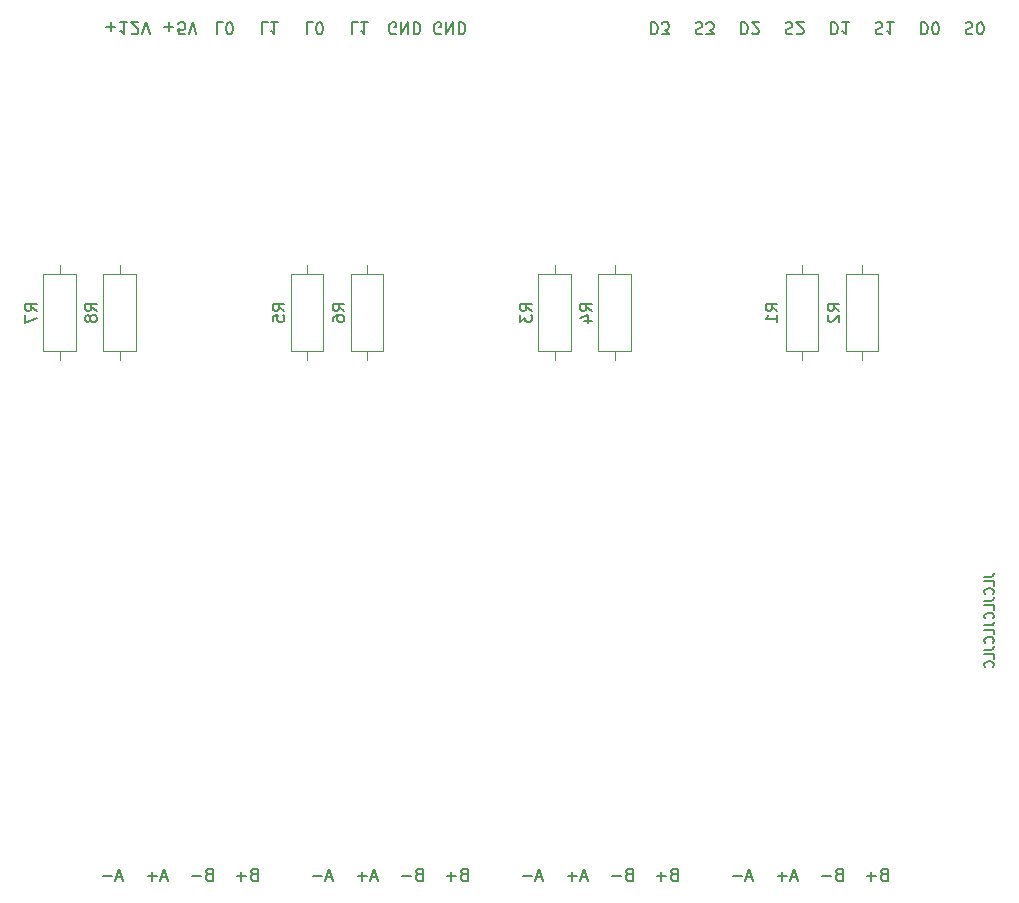
<source format=gbo>
G04 #@! TF.GenerationSoftware,KiCad,Pcbnew,(5.1.9)-1*
G04 #@! TF.CreationDate,2021-10-14T10:16:43-04:00*
G04 #@! TF.ProjectId,doublemagfixture,646f7562-6c65-46d6-9167-666978747572,rev?*
G04 #@! TF.SameCoordinates,Original*
G04 #@! TF.FileFunction,Legend,Bot*
G04 #@! TF.FilePolarity,Positive*
%FSLAX46Y46*%
G04 Gerber Fmt 4.6, Leading zero omitted, Abs format (unit mm)*
G04 Created by KiCad (PCBNEW (5.1.9)-1) date 2021-10-14 10:16:43*
%MOMM*%
%LPD*%
G01*
G04 APERTURE LIST*
%ADD10C,0.150000*%
%ADD11C,0.120000*%
%ADD12C,1.524000*%
%ADD13R,1.524000X1.524000*%
%ADD14C,1.800000*%
%ADD15R,1.800000X1.800000*%
%ADD16C,6.400000*%
%ADD17O,1.600000X1.600000*%
%ADD18C,1.600000*%
%ADD19C,2.000000*%
%ADD20R,2.000000X2.000000*%
%ADD21R,3.500000X3.500000*%
G04 APERTURE END LIST*
D10*
X87191904Y-48374761D02*
X87763333Y-48374761D01*
X87877619Y-48336666D01*
X87953809Y-48260476D01*
X87991904Y-48146190D01*
X87991904Y-48070000D01*
X87991904Y-49136666D02*
X87991904Y-48755714D01*
X87191904Y-48755714D01*
X87915714Y-49860476D02*
X87953809Y-49822380D01*
X87991904Y-49708095D01*
X87991904Y-49631904D01*
X87953809Y-49517619D01*
X87877619Y-49441428D01*
X87801428Y-49403333D01*
X87649047Y-49365238D01*
X87534761Y-49365238D01*
X87382380Y-49403333D01*
X87306190Y-49441428D01*
X87230000Y-49517619D01*
X87191904Y-49631904D01*
X87191904Y-49708095D01*
X87230000Y-49822380D01*
X87268095Y-49860476D01*
X87191904Y-50431904D02*
X87763333Y-50431904D01*
X87877619Y-50393809D01*
X87953809Y-50317619D01*
X87991904Y-50203333D01*
X87991904Y-50127142D01*
X87991904Y-51193809D02*
X87991904Y-50812857D01*
X87191904Y-50812857D01*
X87915714Y-51917619D02*
X87953809Y-51879523D01*
X87991904Y-51765238D01*
X87991904Y-51689047D01*
X87953809Y-51574761D01*
X87877619Y-51498571D01*
X87801428Y-51460476D01*
X87649047Y-51422380D01*
X87534761Y-51422380D01*
X87382380Y-51460476D01*
X87306190Y-51498571D01*
X87230000Y-51574761D01*
X87191904Y-51689047D01*
X87191904Y-51765238D01*
X87230000Y-51879523D01*
X87268095Y-51917619D01*
X87191904Y-52489047D02*
X87763333Y-52489047D01*
X87877619Y-52450952D01*
X87953809Y-52374761D01*
X87991904Y-52260476D01*
X87991904Y-52184285D01*
X87991904Y-53250952D02*
X87991904Y-52870000D01*
X87191904Y-52870000D01*
X87915714Y-53974761D02*
X87953809Y-53936666D01*
X87991904Y-53822380D01*
X87991904Y-53746190D01*
X87953809Y-53631904D01*
X87877619Y-53555714D01*
X87801428Y-53517619D01*
X87649047Y-53479523D01*
X87534761Y-53479523D01*
X87382380Y-53517619D01*
X87306190Y-53555714D01*
X87230000Y-53631904D01*
X87191904Y-53746190D01*
X87191904Y-53822380D01*
X87230000Y-53936666D01*
X87268095Y-53974761D01*
X87191904Y-54546190D02*
X87763333Y-54546190D01*
X87877619Y-54508095D01*
X87953809Y-54431904D01*
X87991904Y-54317619D01*
X87991904Y-54241428D01*
X87991904Y-55308095D02*
X87991904Y-54927142D01*
X87191904Y-54927142D01*
X87915714Y-56031904D02*
X87953809Y-55993809D01*
X87991904Y-55879523D01*
X87991904Y-55803333D01*
X87953809Y-55689047D01*
X87877619Y-55612857D01*
X87801428Y-55574761D01*
X87649047Y-55536666D01*
X87534761Y-55536666D01*
X87382380Y-55574761D01*
X87306190Y-55612857D01*
X87230000Y-55689047D01*
X87191904Y-55803333D01*
X87191904Y-55879523D01*
X87230000Y-55993809D01*
X87268095Y-56031904D01*
X62738095Y-1500238D02*
X62880952Y-1452619D01*
X63119047Y-1452619D01*
X63214285Y-1500238D01*
X63261904Y-1547857D01*
X63309523Y-1643095D01*
X63309523Y-1738333D01*
X63261904Y-1833571D01*
X63214285Y-1881190D01*
X63119047Y-1928809D01*
X62928571Y-1976428D01*
X62833333Y-2024047D01*
X62785714Y-2071666D01*
X62738095Y-2166904D01*
X62738095Y-2262142D01*
X62785714Y-2357380D01*
X62833333Y-2405000D01*
X62928571Y-2452619D01*
X63166666Y-2452619D01*
X63309523Y-2405000D01*
X63642857Y-2452619D02*
X64261904Y-2452619D01*
X63928571Y-2071666D01*
X64071428Y-2071666D01*
X64166666Y-2024047D01*
X64214285Y-1976428D01*
X64261904Y-1881190D01*
X64261904Y-1643095D01*
X64214285Y-1547857D01*
X64166666Y-1500238D01*
X64071428Y-1452619D01*
X63785714Y-1452619D01*
X63690476Y-1500238D01*
X63642857Y-1547857D01*
X77978095Y-1500238D02*
X78120952Y-1452619D01*
X78359047Y-1452619D01*
X78454285Y-1500238D01*
X78501904Y-1547857D01*
X78549523Y-1643095D01*
X78549523Y-1738333D01*
X78501904Y-1833571D01*
X78454285Y-1881190D01*
X78359047Y-1928809D01*
X78168571Y-1976428D01*
X78073333Y-2024047D01*
X78025714Y-2071666D01*
X77978095Y-2166904D01*
X77978095Y-2262142D01*
X78025714Y-2357380D01*
X78073333Y-2405000D01*
X78168571Y-2452619D01*
X78406666Y-2452619D01*
X78549523Y-2405000D01*
X79501904Y-1452619D02*
X78930476Y-1452619D01*
X79216190Y-1452619D02*
X79216190Y-2452619D01*
X79120952Y-2309761D01*
X79025714Y-2214523D01*
X78930476Y-2166904D01*
X58951904Y-1452619D02*
X58951904Y-2452619D01*
X59190000Y-2452619D01*
X59332857Y-2405000D01*
X59428095Y-2309761D01*
X59475714Y-2214523D01*
X59523333Y-2024047D01*
X59523333Y-1881190D01*
X59475714Y-1690714D01*
X59428095Y-1595476D01*
X59332857Y-1500238D01*
X59190000Y-1452619D01*
X58951904Y-1452619D01*
X59856666Y-2452619D02*
X60475714Y-2452619D01*
X60142380Y-2071666D01*
X60285238Y-2071666D01*
X60380476Y-2024047D01*
X60428095Y-1976428D01*
X60475714Y-1881190D01*
X60475714Y-1643095D01*
X60428095Y-1547857D01*
X60380476Y-1500238D01*
X60285238Y-1452619D01*
X59999523Y-1452619D01*
X59904285Y-1500238D01*
X59856666Y-1547857D01*
X85598095Y-1500238D02*
X85740952Y-1452619D01*
X85979047Y-1452619D01*
X86074285Y-1500238D01*
X86121904Y-1547857D01*
X86169523Y-1643095D01*
X86169523Y-1738333D01*
X86121904Y-1833571D01*
X86074285Y-1881190D01*
X85979047Y-1928809D01*
X85788571Y-1976428D01*
X85693333Y-2024047D01*
X85645714Y-2071666D01*
X85598095Y-2166904D01*
X85598095Y-2262142D01*
X85645714Y-2357380D01*
X85693333Y-2405000D01*
X85788571Y-2452619D01*
X86026666Y-2452619D01*
X86169523Y-2405000D01*
X86788571Y-2452619D02*
X86883809Y-2452619D01*
X86979047Y-2405000D01*
X87026666Y-2357380D01*
X87074285Y-2262142D01*
X87121904Y-2071666D01*
X87121904Y-1833571D01*
X87074285Y-1643095D01*
X87026666Y-1547857D01*
X86979047Y-1500238D01*
X86883809Y-1452619D01*
X86788571Y-1452619D01*
X86693333Y-1500238D01*
X86645714Y-1547857D01*
X86598095Y-1643095D01*
X86550476Y-1833571D01*
X86550476Y-2071666D01*
X86598095Y-2262142D01*
X86645714Y-2357380D01*
X86693333Y-2405000D01*
X86788571Y-2452619D01*
X66571904Y-1452619D02*
X66571904Y-2452619D01*
X66810000Y-2452619D01*
X66952857Y-2405000D01*
X67048095Y-2309761D01*
X67095714Y-2214523D01*
X67143333Y-2024047D01*
X67143333Y-1881190D01*
X67095714Y-1690714D01*
X67048095Y-1595476D01*
X66952857Y-1500238D01*
X66810000Y-1452619D01*
X66571904Y-1452619D01*
X67524285Y-2357380D02*
X67571904Y-2405000D01*
X67667142Y-2452619D01*
X67905238Y-2452619D01*
X68000476Y-2405000D01*
X68048095Y-2357380D01*
X68095714Y-2262142D01*
X68095714Y-2166904D01*
X68048095Y-2024047D01*
X67476666Y-1452619D01*
X68095714Y-1452619D01*
X74191904Y-1452619D02*
X74191904Y-2452619D01*
X74430000Y-2452619D01*
X74572857Y-2405000D01*
X74668095Y-2309761D01*
X74715714Y-2214523D01*
X74763333Y-2024047D01*
X74763333Y-1881190D01*
X74715714Y-1690714D01*
X74668095Y-1595476D01*
X74572857Y-1500238D01*
X74430000Y-1452619D01*
X74191904Y-1452619D01*
X75715714Y-1452619D02*
X75144285Y-1452619D01*
X75430000Y-1452619D02*
X75430000Y-2452619D01*
X75334761Y-2309761D01*
X75239523Y-2214523D01*
X75144285Y-2166904D01*
X70358095Y-1500238D02*
X70500952Y-1452619D01*
X70739047Y-1452619D01*
X70834285Y-1500238D01*
X70881904Y-1547857D01*
X70929523Y-1643095D01*
X70929523Y-1738333D01*
X70881904Y-1833571D01*
X70834285Y-1881190D01*
X70739047Y-1928809D01*
X70548571Y-1976428D01*
X70453333Y-2024047D01*
X70405714Y-2071666D01*
X70358095Y-2166904D01*
X70358095Y-2262142D01*
X70405714Y-2357380D01*
X70453333Y-2405000D01*
X70548571Y-2452619D01*
X70786666Y-2452619D01*
X70929523Y-2405000D01*
X71310476Y-2357380D02*
X71358095Y-2405000D01*
X71453333Y-2452619D01*
X71691428Y-2452619D01*
X71786666Y-2405000D01*
X71834285Y-2357380D01*
X71881904Y-2262142D01*
X71881904Y-2166904D01*
X71834285Y-2024047D01*
X71262857Y-1452619D01*
X71881904Y-1452619D01*
X81811904Y-1452619D02*
X81811904Y-2452619D01*
X82050000Y-2452619D01*
X82192857Y-2405000D01*
X82288095Y-2309761D01*
X82335714Y-2214523D01*
X82383333Y-2024047D01*
X82383333Y-1881190D01*
X82335714Y-1690714D01*
X82288095Y-1595476D01*
X82192857Y-1500238D01*
X82050000Y-1452619D01*
X81811904Y-1452619D01*
X83002380Y-2452619D02*
X83097619Y-2452619D01*
X83192857Y-2405000D01*
X83240476Y-2357380D01*
X83288095Y-2262142D01*
X83335714Y-2071666D01*
X83335714Y-1833571D01*
X83288095Y-1643095D01*
X83240476Y-1547857D01*
X83192857Y-1500238D01*
X83097619Y-1452619D01*
X83002380Y-1452619D01*
X82907142Y-1500238D01*
X82859523Y-1547857D01*
X82811904Y-1643095D01*
X82764285Y-1833571D01*
X82764285Y-2071666D01*
X82811904Y-2262142D01*
X82859523Y-2357380D01*
X82907142Y-2405000D01*
X83002380Y-2452619D01*
X26503333Y-1452619D02*
X26027142Y-1452619D01*
X26027142Y-2452619D01*
X27360476Y-1452619D02*
X26789047Y-1452619D01*
X27074761Y-1452619D02*
X27074761Y-2452619D01*
X26979523Y-2309761D01*
X26884285Y-2214523D01*
X26789047Y-2166904D01*
X30313333Y-1452619D02*
X29837142Y-1452619D01*
X29837142Y-2452619D01*
X30837142Y-2452619D02*
X30932380Y-2452619D01*
X31027619Y-2405000D01*
X31075238Y-2357380D01*
X31122857Y-2262142D01*
X31170476Y-2071666D01*
X31170476Y-1833571D01*
X31122857Y-1643095D01*
X31075238Y-1547857D01*
X31027619Y-1500238D01*
X30932380Y-1452619D01*
X30837142Y-1452619D01*
X30741904Y-1500238D01*
X30694285Y-1547857D01*
X30646666Y-1643095D01*
X30599047Y-1833571D01*
X30599047Y-2071666D01*
X30646666Y-2262142D01*
X30694285Y-2357380D01*
X30741904Y-2405000D01*
X30837142Y-2452619D01*
X12843095Y-1833571D02*
X13605000Y-1833571D01*
X13224047Y-1452619D02*
X13224047Y-2214523D01*
X14605000Y-1452619D02*
X14033571Y-1452619D01*
X14319285Y-1452619D02*
X14319285Y-2452619D01*
X14224047Y-2309761D01*
X14128809Y-2214523D01*
X14033571Y-2166904D01*
X14985952Y-2357380D02*
X15033571Y-2405000D01*
X15128809Y-2452619D01*
X15366904Y-2452619D01*
X15462142Y-2405000D01*
X15509761Y-2357380D01*
X15557380Y-2262142D01*
X15557380Y-2166904D01*
X15509761Y-2024047D01*
X14938333Y-1452619D01*
X15557380Y-1452619D01*
X15843095Y-2452619D02*
X16176428Y-1452619D01*
X16509761Y-2452619D01*
X34123333Y-1452619D02*
X33647142Y-1452619D01*
X33647142Y-2452619D01*
X34980476Y-1452619D02*
X34409047Y-1452619D01*
X34694761Y-1452619D02*
X34694761Y-2452619D01*
X34599523Y-2309761D01*
X34504285Y-2214523D01*
X34409047Y-2166904D01*
X41148095Y-2405000D02*
X41052857Y-2452619D01*
X40910000Y-2452619D01*
X40767142Y-2405000D01*
X40671904Y-2309761D01*
X40624285Y-2214523D01*
X40576666Y-2024047D01*
X40576666Y-1881190D01*
X40624285Y-1690714D01*
X40671904Y-1595476D01*
X40767142Y-1500238D01*
X40910000Y-1452619D01*
X41005238Y-1452619D01*
X41148095Y-1500238D01*
X41195714Y-1547857D01*
X41195714Y-1881190D01*
X41005238Y-1881190D01*
X41624285Y-1452619D02*
X41624285Y-2452619D01*
X42195714Y-1452619D01*
X42195714Y-2452619D01*
X42671904Y-1452619D02*
X42671904Y-2452619D01*
X42910000Y-2452619D01*
X43052857Y-2405000D01*
X43148095Y-2309761D01*
X43195714Y-2214523D01*
X43243333Y-2024047D01*
X43243333Y-1881190D01*
X43195714Y-1690714D01*
X43148095Y-1595476D01*
X43052857Y-1500238D01*
X42910000Y-1452619D01*
X42671904Y-1452619D01*
X22693333Y-1452619D02*
X22217142Y-1452619D01*
X22217142Y-2452619D01*
X23217142Y-2452619D02*
X23312380Y-2452619D01*
X23407619Y-2405000D01*
X23455238Y-2357380D01*
X23502857Y-2262142D01*
X23550476Y-2071666D01*
X23550476Y-1833571D01*
X23502857Y-1643095D01*
X23455238Y-1547857D01*
X23407619Y-1500238D01*
X23312380Y-1452619D01*
X23217142Y-1452619D01*
X23121904Y-1500238D01*
X23074285Y-1547857D01*
X23026666Y-1643095D01*
X22979047Y-1833571D01*
X22979047Y-2071666D01*
X23026666Y-2262142D01*
X23074285Y-2357380D01*
X23121904Y-2405000D01*
X23217142Y-2452619D01*
X37338095Y-2405000D02*
X37242857Y-2452619D01*
X37100000Y-2452619D01*
X36957142Y-2405000D01*
X36861904Y-2309761D01*
X36814285Y-2214523D01*
X36766666Y-2024047D01*
X36766666Y-1881190D01*
X36814285Y-1690714D01*
X36861904Y-1595476D01*
X36957142Y-1500238D01*
X37100000Y-1452619D01*
X37195238Y-1452619D01*
X37338095Y-1500238D01*
X37385714Y-1547857D01*
X37385714Y-1881190D01*
X37195238Y-1881190D01*
X37814285Y-1452619D02*
X37814285Y-2452619D01*
X38385714Y-1452619D01*
X38385714Y-2452619D01*
X38861904Y-1452619D02*
X38861904Y-2452619D01*
X39100000Y-2452619D01*
X39242857Y-2405000D01*
X39338095Y-2309761D01*
X39385714Y-2214523D01*
X39433333Y-2024047D01*
X39433333Y-1881190D01*
X39385714Y-1690714D01*
X39338095Y-1595476D01*
X39242857Y-1500238D01*
X39100000Y-1452619D01*
X38861904Y-1452619D01*
X17764285Y-1833571D02*
X18526190Y-1833571D01*
X18145238Y-1452619D02*
X18145238Y-2214523D01*
X19478571Y-2452619D02*
X19002380Y-2452619D01*
X18954761Y-1976428D01*
X19002380Y-2024047D01*
X19097619Y-2071666D01*
X19335714Y-2071666D01*
X19430952Y-2024047D01*
X19478571Y-1976428D01*
X19526190Y-1881190D01*
X19526190Y-1643095D01*
X19478571Y-1547857D01*
X19430952Y-1500238D01*
X19335714Y-1452619D01*
X19097619Y-1452619D01*
X19002380Y-1500238D01*
X18954761Y-1547857D01*
X19811904Y-2452619D02*
X20145238Y-1452619D01*
X20478571Y-2452619D01*
X67532142Y-73826666D02*
X67055952Y-73826666D01*
X67627380Y-74112380D02*
X67294047Y-73112380D01*
X66960714Y-74112380D01*
X66627380Y-73731428D02*
X65865476Y-73731428D01*
X31972142Y-73826666D02*
X31495952Y-73826666D01*
X32067380Y-74112380D02*
X31734047Y-73112380D01*
X31400714Y-74112380D01*
X31067380Y-73731428D02*
X30305476Y-73731428D01*
X60872619Y-73588571D02*
X60729761Y-73636190D01*
X60682142Y-73683809D01*
X60634523Y-73779047D01*
X60634523Y-73921904D01*
X60682142Y-74017142D01*
X60729761Y-74064761D01*
X60825000Y-74112380D01*
X61205952Y-74112380D01*
X61205952Y-73112380D01*
X60872619Y-73112380D01*
X60777380Y-73160000D01*
X60729761Y-73207619D01*
X60682142Y-73302857D01*
X60682142Y-73398095D01*
X60729761Y-73493333D01*
X60777380Y-73540952D01*
X60872619Y-73588571D01*
X61205952Y-73588571D01*
X60205952Y-73731428D02*
X59444047Y-73731428D01*
X59825000Y-74112380D02*
X59825000Y-73350476D01*
X43092619Y-73588571D02*
X42949761Y-73636190D01*
X42902142Y-73683809D01*
X42854523Y-73779047D01*
X42854523Y-73921904D01*
X42902142Y-74017142D01*
X42949761Y-74064761D01*
X43045000Y-74112380D01*
X43425952Y-74112380D01*
X43425952Y-73112380D01*
X43092619Y-73112380D01*
X42997380Y-73160000D01*
X42949761Y-73207619D01*
X42902142Y-73302857D01*
X42902142Y-73398095D01*
X42949761Y-73493333D01*
X42997380Y-73540952D01*
X43092619Y-73588571D01*
X43425952Y-73588571D01*
X42425952Y-73731428D02*
X41664047Y-73731428D01*
X42045000Y-74112380D02*
X42045000Y-73350476D01*
X78652619Y-73588571D02*
X78509761Y-73636190D01*
X78462142Y-73683809D01*
X78414523Y-73779047D01*
X78414523Y-73921904D01*
X78462142Y-74017142D01*
X78509761Y-74064761D01*
X78605000Y-74112380D01*
X78985952Y-74112380D01*
X78985952Y-73112380D01*
X78652619Y-73112380D01*
X78557380Y-73160000D01*
X78509761Y-73207619D01*
X78462142Y-73302857D01*
X78462142Y-73398095D01*
X78509761Y-73493333D01*
X78557380Y-73540952D01*
X78652619Y-73588571D01*
X78985952Y-73588571D01*
X77985952Y-73731428D02*
X77224047Y-73731428D01*
X77605000Y-74112380D02*
X77605000Y-73350476D01*
X49752142Y-73826666D02*
X49275952Y-73826666D01*
X49847380Y-74112380D02*
X49514047Y-73112380D01*
X49180714Y-74112380D01*
X48847380Y-73731428D02*
X48085476Y-73731428D01*
X21502619Y-73588571D02*
X21359761Y-73636190D01*
X21312142Y-73683809D01*
X21264523Y-73779047D01*
X21264523Y-73921904D01*
X21312142Y-74017142D01*
X21359761Y-74064761D01*
X21455000Y-74112380D01*
X21835952Y-74112380D01*
X21835952Y-73112380D01*
X21502619Y-73112380D01*
X21407380Y-73160000D01*
X21359761Y-73207619D01*
X21312142Y-73302857D01*
X21312142Y-73398095D01*
X21359761Y-73493333D01*
X21407380Y-73540952D01*
X21502619Y-73588571D01*
X21835952Y-73588571D01*
X20835952Y-73731428D02*
X20074047Y-73731428D01*
X71342142Y-73826666D02*
X70865952Y-73826666D01*
X71437380Y-74112380D02*
X71104047Y-73112380D01*
X70770714Y-74112380D01*
X70437380Y-73731428D02*
X69675476Y-73731428D01*
X70056428Y-74112380D02*
X70056428Y-73350476D01*
X53562142Y-73826666D02*
X53085952Y-73826666D01*
X53657380Y-74112380D02*
X53324047Y-73112380D01*
X52990714Y-74112380D01*
X52657380Y-73731428D02*
X51895476Y-73731428D01*
X52276428Y-74112380D02*
X52276428Y-73350476D01*
X39282619Y-73588571D02*
X39139761Y-73636190D01*
X39092142Y-73683809D01*
X39044523Y-73779047D01*
X39044523Y-73921904D01*
X39092142Y-74017142D01*
X39139761Y-74064761D01*
X39235000Y-74112380D01*
X39615952Y-74112380D01*
X39615952Y-73112380D01*
X39282619Y-73112380D01*
X39187380Y-73160000D01*
X39139761Y-73207619D01*
X39092142Y-73302857D01*
X39092142Y-73398095D01*
X39139761Y-73493333D01*
X39187380Y-73540952D01*
X39282619Y-73588571D01*
X39615952Y-73588571D01*
X38615952Y-73731428D02*
X37854047Y-73731428D01*
X25312619Y-73588571D02*
X25169761Y-73636190D01*
X25122142Y-73683809D01*
X25074523Y-73779047D01*
X25074523Y-73921904D01*
X25122142Y-74017142D01*
X25169761Y-74064761D01*
X25265000Y-74112380D01*
X25645952Y-74112380D01*
X25645952Y-73112380D01*
X25312619Y-73112380D01*
X25217380Y-73160000D01*
X25169761Y-73207619D01*
X25122142Y-73302857D01*
X25122142Y-73398095D01*
X25169761Y-73493333D01*
X25217380Y-73540952D01*
X25312619Y-73588571D01*
X25645952Y-73588571D01*
X24645952Y-73731428D02*
X23884047Y-73731428D01*
X24265000Y-74112380D02*
X24265000Y-73350476D01*
X18002142Y-73826666D02*
X17525952Y-73826666D01*
X18097380Y-74112380D02*
X17764047Y-73112380D01*
X17430714Y-74112380D01*
X17097380Y-73731428D02*
X16335476Y-73731428D01*
X16716428Y-74112380D02*
X16716428Y-73350476D01*
X57062619Y-73588571D02*
X56919761Y-73636190D01*
X56872142Y-73683809D01*
X56824523Y-73779047D01*
X56824523Y-73921904D01*
X56872142Y-74017142D01*
X56919761Y-74064761D01*
X57015000Y-74112380D01*
X57395952Y-74112380D01*
X57395952Y-73112380D01*
X57062619Y-73112380D01*
X56967380Y-73160000D01*
X56919761Y-73207619D01*
X56872142Y-73302857D01*
X56872142Y-73398095D01*
X56919761Y-73493333D01*
X56967380Y-73540952D01*
X57062619Y-73588571D01*
X57395952Y-73588571D01*
X56395952Y-73731428D02*
X55634047Y-73731428D01*
X74842619Y-73588571D02*
X74699761Y-73636190D01*
X74652142Y-73683809D01*
X74604523Y-73779047D01*
X74604523Y-73921904D01*
X74652142Y-74017142D01*
X74699761Y-74064761D01*
X74795000Y-74112380D01*
X75175952Y-74112380D01*
X75175952Y-73112380D01*
X74842619Y-73112380D01*
X74747380Y-73160000D01*
X74699761Y-73207619D01*
X74652142Y-73302857D01*
X74652142Y-73398095D01*
X74699761Y-73493333D01*
X74747380Y-73540952D01*
X74842619Y-73588571D01*
X75175952Y-73588571D01*
X74175952Y-73731428D02*
X73414047Y-73731428D01*
X35782142Y-73826666D02*
X35305952Y-73826666D01*
X35877380Y-74112380D02*
X35544047Y-73112380D01*
X35210714Y-74112380D01*
X34877380Y-73731428D02*
X34115476Y-73731428D01*
X34496428Y-74112380D02*
X34496428Y-73350476D01*
X14192142Y-73826666D02*
X13715952Y-73826666D01*
X14287380Y-74112380D02*
X13954047Y-73112380D01*
X13620714Y-74112380D01*
X13287380Y-73731428D02*
X12525476Y-73731428D01*
D11*
X13970000Y-30075000D02*
X13970000Y-29305000D01*
X13970000Y-21995000D02*
X13970000Y-22765000D01*
X12600000Y-29305000D02*
X12600000Y-22765000D01*
X15340000Y-29305000D02*
X12600000Y-29305000D01*
X15340000Y-22765000D02*
X15340000Y-29305000D01*
X12600000Y-22765000D02*
X15340000Y-22765000D01*
X8890000Y-30075000D02*
X8890000Y-29305000D01*
X8890000Y-21995000D02*
X8890000Y-22765000D01*
X7520000Y-29305000D02*
X7520000Y-22765000D01*
X10260000Y-29305000D02*
X7520000Y-29305000D01*
X10260000Y-22765000D02*
X10260000Y-29305000D01*
X7520000Y-22765000D02*
X10260000Y-22765000D01*
X34925000Y-30075000D02*
X34925000Y-29305000D01*
X34925000Y-21995000D02*
X34925000Y-22765000D01*
X33555000Y-29305000D02*
X33555000Y-22765000D01*
X36295000Y-29305000D02*
X33555000Y-29305000D01*
X36295000Y-22765000D02*
X36295000Y-29305000D01*
X33555000Y-22765000D02*
X36295000Y-22765000D01*
X29845000Y-30075000D02*
X29845000Y-29305000D01*
X29845000Y-21995000D02*
X29845000Y-22765000D01*
X28475000Y-29305000D02*
X28475000Y-22765000D01*
X31215000Y-29305000D02*
X28475000Y-29305000D01*
X31215000Y-22765000D02*
X31215000Y-29305000D01*
X28475000Y-22765000D02*
X31215000Y-22765000D01*
X55880000Y-30075000D02*
X55880000Y-29305000D01*
X55880000Y-21995000D02*
X55880000Y-22765000D01*
X54510000Y-29305000D02*
X54510000Y-22765000D01*
X57250000Y-29305000D02*
X54510000Y-29305000D01*
X57250000Y-22765000D02*
X57250000Y-29305000D01*
X54510000Y-22765000D02*
X57250000Y-22765000D01*
X50800000Y-30075000D02*
X50800000Y-29305000D01*
X50800000Y-21995000D02*
X50800000Y-22765000D01*
X49430000Y-29305000D02*
X49430000Y-22765000D01*
X52170000Y-29305000D02*
X49430000Y-29305000D01*
X52170000Y-22765000D02*
X52170000Y-29305000D01*
X49430000Y-22765000D02*
X52170000Y-22765000D01*
X76835000Y-30075000D02*
X76835000Y-29305000D01*
X76835000Y-21995000D02*
X76835000Y-22765000D01*
X75465000Y-29305000D02*
X75465000Y-22765000D01*
X78205000Y-29305000D02*
X75465000Y-29305000D01*
X78205000Y-22765000D02*
X78205000Y-29305000D01*
X75465000Y-22765000D02*
X78205000Y-22765000D01*
X71755000Y-30075000D02*
X71755000Y-29305000D01*
X71755000Y-21995000D02*
X71755000Y-22765000D01*
X70385000Y-29305000D02*
X70385000Y-22765000D01*
X73125000Y-29305000D02*
X70385000Y-29305000D01*
X73125000Y-22765000D02*
X73125000Y-29305000D01*
X70385000Y-22765000D02*
X73125000Y-22765000D01*
D10*
X12052380Y-25868333D02*
X11576190Y-25535000D01*
X12052380Y-25296904D02*
X11052380Y-25296904D01*
X11052380Y-25677857D01*
X11100000Y-25773095D01*
X11147619Y-25820714D01*
X11242857Y-25868333D01*
X11385714Y-25868333D01*
X11480952Y-25820714D01*
X11528571Y-25773095D01*
X11576190Y-25677857D01*
X11576190Y-25296904D01*
X11480952Y-26439761D02*
X11433333Y-26344523D01*
X11385714Y-26296904D01*
X11290476Y-26249285D01*
X11242857Y-26249285D01*
X11147619Y-26296904D01*
X11100000Y-26344523D01*
X11052380Y-26439761D01*
X11052380Y-26630238D01*
X11100000Y-26725476D01*
X11147619Y-26773095D01*
X11242857Y-26820714D01*
X11290476Y-26820714D01*
X11385714Y-26773095D01*
X11433333Y-26725476D01*
X11480952Y-26630238D01*
X11480952Y-26439761D01*
X11528571Y-26344523D01*
X11576190Y-26296904D01*
X11671428Y-26249285D01*
X11861904Y-26249285D01*
X11957142Y-26296904D01*
X12004761Y-26344523D01*
X12052380Y-26439761D01*
X12052380Y-26630238D01*
X12004761Y-26725476D01*
X11957142Y-26773095D01*
X11861904Y-26820714D01*
X11671428Y-26820714D01*
X11576190Y-26773095D01*
X11528571Y-26725476D01*
X11480952Y-26630238D01*
X6972380Y-25868333D02*
X6496190Y-25535000D01*
X6972380Y-25296904D02*
X5972380Y-25296904D01*
X5972380Y-25677857D01*
X6020000Y-25773095D01*
X6067619Y-25820714D01*
X6162857Y-25868333D01*
X6305714Y-25868333D01*
X6400952Y-25820714D01*
X6448571Y-25773095D01*
X6496190Y-25677857D01*
X6496190Y-25296904D01*
X5972380Y-26201666D02*
X5972380Y-26868333D01*
X6972380Y-26439761D01*
X33007380Y-25868333D02*
X32531190Y-25535000D01*
X33007380Y-25296904D02*
X32007380Y-25296904D01*
X32007380Y-25677857D01*
X32055000Y-25773095D01*
X32102619Y-25820714D01*
X32197857Y-25868333D01*
X32340714Y-25868333D01*
X32435952Y-25820714D01*
X32483571Y-25773095D01*
X32531190Y-25677857D01*
X32531190Y-25296904D01*
X32007380Y-26725476D02*
X32007380Y-26535000D01*
X32055000Y-26439761D01*
X32102619Y-26392142D01*
X32245476Y-26296904D01*
X32435952Y-26249285D01*
X32816904Y-26249285D01*
X32912142Y-26296904D01*
X32959761Y-26344523D01*
X33007380Y-26439761D01*
X33007380Y-26630238D01*
X32959761Y-26725476D01*
X32912142Y-26773095D01*
X32816904Y-26820714D01*
X32578809Y-26820714D01*
X32483571Y-26773095D01*
X32435952Y-26725476D01*
X32388333Y-26630238D01*
X32388333Y-26439761D01*
X32435952Y-26344523D01*
X32483571Y-26296904D01*
X32578809Y-26249285D01*
X27927380Y-25868333D02*
X27451190Y-25535000D01*
X27927380Y-25296904D02*
X26927380Y-25296904D01*
X26927380Y-25677857D01*
X26975000Y-25773095D01*
X27022619Y-25820714D01*
X27117857Y-25868333D01*
X27260714Y-25868333D01*
X27355952Y-25820714D01*
X27403571Y-25773095D01*
X27451190Y-25677857D01*
X27451190Y-25296904D01*
X26927380Y-26773095D02*
X26927380Y-26296904D01*
X27403571Y-26249285D01*
X27355952Y-26296904D01*
X27308333Y-26392142D01*
X27308333Y-26630238D01*
X27355952Y-26725476D01*
X27403571Y-26773095D01*
X27498809Y-26820714D01*
X27736904Y-26820714D01*
X27832142Y-26773095D01*
X27879761Y-26725476D01*
X27927380Y-26630238D01*
X27927380Y-26392142D01*
X27879761Y-26296904D01*
X27832142Y-26249285D01*
X53962380Y-25868333D02*
X53486190Y-25535000D01*
X53962380Y-25296904D02*
X52962380Y-25296904D01*
X52962380Y-25677857D01*
X53010000Y-25773095D01*
X53057619Y-25820714D01*
X53152857Y-25868333D01*
X53295714Y-25868333D01*
X53390952Y-25820714D01*
X53438571Y-25773095D01*
X53486190Y-25677857D01*
X53486190Y-25296904D01*
X53295714Y-26725476D02*
X53962380Y-26725476D01*
X52914761Y-26487380D02*
X53629047Y-26249285D01*
X53629047Y-26868333D01*
X48882380Y-25868333D02*
X48406190Y-25535000D01*
X48882380Y-25296904D02*
X47882380Y-25296904D01*
X47882380Y-25677857D01*
X47930000Y-25773095D01*
X47977619Y-25820714D01*
X48072857Y-25868333D01*
X48215714Y-25868333D01*
X48310952Y-25820714D01*
X48358571Y-25773095D01*
X48406190Y-25677857D01*
X48406190Y-25296904D01*
X47882380Y-26201666D02*
X47882380Y-26820714D01*
X48263333Y-26487380D01*
X48263333Y-26630238D01*
X48310952Y-26725476D01*
X48358571Y-26773095D01*
X48453809Y-26820714D01*
X48691904Y-26820714D01*
X48787142Y-26773095D01*
X48834761Y-26725476D01*
X48882380Y-26630238D01*
X48882380Y-26344523D01*
X48834761Y-26249285D01*
X48787142Y-26201666D01*
X74917380Y-25868333D02*
X74441190Y-25535000D01*
X74917380Y-25296904D02*
X73917380Y-25296904D01*
X73917380Y-25677857D01*
X73965000Y-25773095D01*
X74012619Y-25820714D01*
X74107857Y-25868333D01*
X74250714Y-25868333D01*
X74345952Y-25820714D01*
X74393571Y-25773095D01*
X74441190Y-25677857D01*
X74441190Y-25296904D01*
X74012619Y-26249285D02*
X73965000Y-26296904D01*
X73917380Y-26392142D01*
X73917380Y-26630238D01*
X73965000Y-26725476D01*
X74012619Y-26773095D01*
X74107857Y-26820714D01*
X74203095Y-26820714D01*
X74345952Y-26773095D01*
X74917380Y-26201666D01*
X74917380Y-26820714D01*
X69667380Y-25868333D02*
X69191190Y-25535000D01*
X69667380Y-25296904D02*
X68667380Y-25296904D01*
X68667380Y-25677857D01*
X68715000Y-25773095D01*
X68762619Y-25820714D01*
X68857857Y-25868333D01*
X69000714Y-25868333D01*
X69095952Y-25820714D01*
X69143571Y-25773095D01*
X69191190Y-25677857D01*
X69191190Y-25296904D01*
X69667380Y-26820714D02*
X69667380Y-26249285D01*
X69667380Y-26535000D02*
X68667380Y-26535000D01*
X68810238Y-26439761D01*
X68905476Y-26344523D01*
X68953095Y-26249285D01*
%LPC*%
D12*
X19050000Y-51435000D03*
X19050000Y-53975000D03*
X19050000Y-48895000D03*
X19050000Y-41275000D03*
X19050000Y-38735000D03*
X19050000Y-36195000D03*
X19050000Y-33655000D03*
X19050000Y-31115000D03*
X19050000Y-28575000D03*
X3810000Y-26035000D03*
X3810000Y-28575000D03*
X3810000Y-36195000D03*
X3810000Y-38735000D03*
X3810000Y-41275000D03*
X3810000Y-48895000D03*
X19050000Y-59055000D03*
X19050000Y-56515000D03*
X19050000Y-46355000D03*
X19050000Y-43815000D03*
X19050000Y-26035000D03*
X19050000Y-23495000D03*
X19050000Y-20955000D03*
X3810000Y-20955000D03*
X3810000Y-23495000D03*
X3810000Y-31115000D03*
X3810000Y-33655000D03*
X3810000Y-43815000D03*
X3810000Y-46355000D03*
X3810000Y-51435000D03*
X3810000Y-53975000D03*
X3810000Y-56515000D03*
D13*
X3810000Y-59055000D03*
D12*
X40005000Y-51435000D03*
X40005000Y-53975000D03*
X40005000Y-48895000D03*
X40005000Y-41275000D03*
X40005000Y-38735000D03*
X40005000Y-36195000D03*
X40005000Y-33655000D03*
X40005000Y-31115000D03*
X40005000Y-28575000D03*
X24765000Y-26035000D03*
X24765000Y-28575000D03*
X24765000Y-36195000D03*
X24765000Y-38735000D03*
X24765000Y-41275000D03*
X24765000Y-48895000D03*
X40005000Y-59055000D03*
X40005000Y-56515000D03*
X40005000Y-46355000D03*
X40005000Y-43815000D03*
X40005000Y-26035000D03*
X40005000Y-23495000D03*
X40005000Y-20955000D03*
X24765000Y-20955000D03*
X24765000Y-23495000D03*
X24765000Y-31115000D03*
X24765000Y-33655000D03*
X24765000Y-43815000D03*
X24765000Y-46355000D03*
X24765000Y-51435000D03*
X24765000Y-53975000D03*
X24765000Y-56515000D03*
D13*
X24765000Y-59055000D03*
D12*
X60960000Y-51435000D03*
X60960000Y-53975000D03*
X60960000Y-48895000D03*
X60960000Y-41275000D03*
X60960000Y-38735000D03*
X60960000Y-36195000D03*
X60960000Y-33655000D03*
X60960000Y-31115000D03*
X60960000Y-28575000D03*
X45720000Y-26035000D03*
X45720000Y-28575000D03*
X45720000Y-36195000D03*
X45720000Y-38735000D03*
X45720000Y-41275000D03*
X45720000Y-48895000D03*
X60960000Y-59055000D03*
X60960000Y-56515000D03*
X60960000Y-46355000D03*
X60960000Y-43815000D03*
X60960000Y-26035000D03*
X60960000Y-23495000D03*
X60960000Y-20955000D03*
X45720000Y-20955000D03*
X45720000Y-23495000D03*
X45720000Y-31115000D03*
X45720000Y-33655000D03*
X45720000Y-43815000D03*
X45720000Y-46355000D03*
X45720000Y-51435000D03*
X45720000Y-53975000D03*
X45720000Y-56515000D03*
D13*
X45720000Y-59055000D03*
D12*
X81915000Y-51435000D03*
X81915000Y-53975000D03*
X81915000Y-48895000D03*
X81915000Y-41275000D03*
X81915000Y-38735000D03*
X81915000Y-36195000D03*
X81915000Y-33655000D03*
X81915000Y-31115000D03*
X81915000Y-28575000D03*
X66675000Y-26035000D03*
X66675000Y-28575000D03*
X66675000Y-36195000D03*
X66675000Y-38735000D03*
X66675000Y-41275000D03*
X66675000Y-48895000D03*
X81915000Y-59055000D03*
X81915000Y-56515000D03*
X81915000Y-46355000D03*
X81915000Y-43815000D03*
X81915000Y-26035000D03*
X81915000Y-23495000D03*
X81915000Y-20955000D03*
X66675000Y-20955000D03*
X66675000Y-23495000D03*
X66675000Y-31115000D03*
X66675000Y-33655000D03*
X66675000Y-43815000D03*
X66675000Y-46355000D03*
X66675000Y-51435000D03*
X66675000Y-53975000D03*
X66675000Y-56515000D03*
D13*
X66675000Y-59055000D03*
D14*
X24765000Y-14605000D03*
D15*
X22225000Y-14605000D03*
D14*
X17780000Y-14605000D03*
D15*
X15240000Y-14605000D03*
D14*
X41910000Y-14605000D03*
D15*
X39370000Y-14605000D03*
D14*
X34925000Y-14605000D03*
D15*
X32385000Y-14605000D03*
D14*
X59055000Y-14605000D03*
D15*
X56515000Y-14605000D03*
D14*
X52070000Y-14605000D03*
D15*
X49530000Y-14605000D03*
D14*
X76200000Y-14605000D03*
D15*
X73660000Y-14605000D03*
D14*
X69215000Y-14605000D03*
D15*
X66675000Y-14605000D03*
D16*
X86360000Y-70485000D03*
X5080000Y-70485000D03*
X86360000Y-13970000D03*
D17*
X45720000Y-7620000D03*
D18*
X55880000Y-7620000D03*
D17*
X45720000Y-4445000D03*
D18*
X55880000Y-4445000D03*
D17*
X13970000Y-31115000D03*
D18*
X13970000Y-20955000D03*
D17*
X8890000Y-31115000D03*
D18*
X8890000Y-20955000D03*
D17*
X34925000Y-31115000D03*
D18*
X34925000Y-20955000D03*
D17*
X29845000Y-31115000D03*
D18*
X29845000Y-20955000D03*
D17*
X55880000Y-31115000D03*
D18*
X55880000Y-20955000D03*
D17*
X50800000Y-31115000D03*
D18*
X50800000Y-20955000D03*
D17*
X76835000Y-31115000D03*
D18*
X76835000Y-20955000D03*
D17*
X71755000Y-31115000D03*
D18*
X71755000Y-20955000D03*
D19*
X41910000Y-6350000D03*
X38100000Y-6350000D03*
X34290000Y-6350000D03*
X30480000Y-6350000D03*
X26670000Y-6350000D03*
X22860000Y-6350000D03*
X19050000Y-6350000D03*
D20*
X15240000Y-6350000D03*
D19*
X59690000Y-6350000D03*
X63500000Y-6350000D03*
X67310000Y-6350000D03*
X71120000Y-6350000D03*
X74930000Y-6350000D03*
X78740000Y-6350000D03*
X82550000Y-6350000D03*
D20*
X86360000Y-6350000D03*
D19*
X24765000Y-71120000D03*
X20955000Y-71120000D03*
X17145000Y-71120000D03*
D20*
X13335000Y-71120000D03*
D19*
X60325000Y-71120000D03*
X56515000Y-71120000D03*
X52705000Y-71120000D03*
D20*
X48895000Y-71120000D03*
D19*
X42545000Y-71120000D03*
X38735000Y-71120000D03*
X34925000Y-71120000D03*
D20*
X31115000Y-71120000D03*
D19*
X78105000Y-71120000D03*
X74295000Y-71120000D03*
X70485000Y-71120000D03*
D20*
X66675000Y-71120000D03*
D21*
X10795000Y-9525000D03*
G36*
G01*
X3295000Y-10525000D02*
X3295000Y-8525000D01*
G75*
G02*
X4045000Y-7775000I750000J0D01*
G01*
X5545000Y-7775000D01*
G75*
G02*
X6295000Y-8525000I0J-750000D01*
G01*
X6295000Y-10525000D01*
G75*
G02*
X5545000Y-11275000I-750000J0D01*
G01*
X4045000Y-11275000D01*
G75*
G02*
X3295000Y-10525000I0J750000D01*
G01*
G37*
G36*
G01*
X6045000Y-15100000D02*
X6045000Y-13350000D01*
G75*
G02*
X6920000Y-12475000I875000J0D01*
G01*
X8670000Y-12475000D01*
G75*
G02*
X9545000Y-13350000I0J-875000D01*
G01*
X9545000Y-15100000D01*
G75*
G02*
X8670000Y-15975000I-875000J0D01*
G01*
X6920000Y-15975000D01*
G75*
G02*
X6045000Y-15100000I0J875000D01*
G01*
G37*
M02*

</source>
